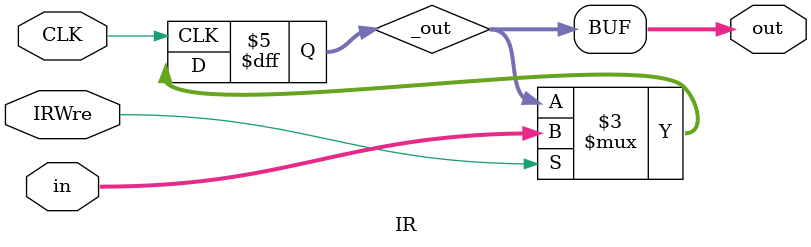
<source format=v>
`timescale 1ns / 1ps
module IR(
    input CLK,
    input IRWre,
    input [31:0] in,
    output [31:0] out
    );
    reg [31:0] _out;
	
	initial _out <= 0;
	
    assign out = _out;

    always @(posedge CLK)
        if(IRWre) _out <= in;

endmodule


</source>
